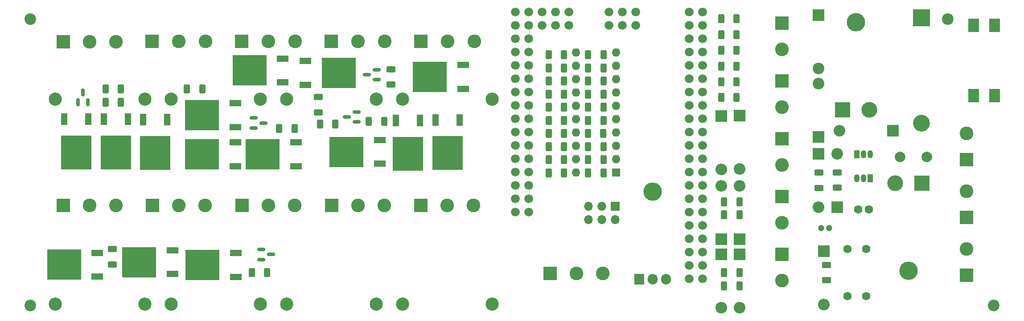
<source format=gbr>
%TF.GenerationSoftware,KiCad,Pcbnew,(6.0.0)*%
%TF.CreationDate,2022-05-14T16:49:07-07:00*%
%TF.ProjectId,Contrl Board GERBER,436f6e74-726c-4204-926f-617264204745,rev?*%
%TF.SameCoordinates,Original*%
%TF.FileFunction,Soldermask,Bot*%
%TF.FilePolarity,Negative*%
%FSLAX46Y46*%
G04 Gerber Fmt 4.6, Leading zero omitted, Abs format (unit mm)*
G04 Created by KiCad (PCBNEW (6.0.0)) date 2022-05-14 16:49:07*
%MOMM*%
%LPD*%
G01*
G04 APERTURE LIST*
G04 Aperture macros list*
%AMRoundRect*
0 Rectangle with rounded corners*
0 $1 Rounding radius*
0 $2 $3 $4 $5 $6 $7 $8 $9 X,Y pos of 4 corners*
0 Add a 4 corners polygon primitive as box body*
4,1,4,$2,$3,$4,$5,$6,$7,$8,$9,$2,$3,0*
0 Add four circle primitives for the rounded corners*
1,1,$1+$1,$2,$3*
1,1,$1+$1,$4,$5*
1,1,$1+$1,$6,$7*
1,1,$1+$1,$8,$9*
0 Add four rect primitives between the rounded corners*
20,1,$1+$1,$2,$3,$4,$5,0*
20,1,$1+$1,$4,$5,$6,$7,0*
20,1,$1+$1,$6,$7,$8,$9,0*
20,1,$1+$1,$8,$9,$2,$3,0*%
G04 Aperture macros list end*
%ADD10C,2.000000*%
%ADD11C,1.200000*%
%ADD12O,3.500000X3.500000*%
%ADD13R,1.905000X2.000000*%
%ADD14O,1.905000X2.000000*%
%ADD15R,2.600000X2.600000*%
%ADD16C,2.600000*%
%ADD17R,1.600000X1.600000*%
%ADD18O,1.600000X1.600000*%
%ADD19R,1.700000X1.700000*%
%ADD20O,1.700000X1.700000*%
%ADD21R,2.200000X2.200000*%
%ADD22O,2.200000X2.200000*%
%ADD23C,1.600000*%
%ADD24C,2.200000*%
%ADD25C,2.500000*%
%ADD26R,3.200000X3.200000*%
%ADD27O,3.200000X3.200000*%
%ADD28R,1.050000X1.500000*%
%ADD29O,1.050000X1.500000*%
%ADD30R,3.000000X3.000000*%
%ADD31O,3.000000X3.000000*%
%ADD32C,1.676400*%
%ADD33R,2.000000X2.500000*%
%ADD34RoundRect,0.250000X0.625000X-0.312500X0.625000X0.312500X-0.625000X0.312500X-0.625000X-0.312500X0*%
%ADD35RoundRect,0.250000X-0.312500X-0.625000X0.312500X-0.625000X0.312500X0.625000X-0.312500X0.625000X0*%
%ADD36R,2.200000X1.200000*%
%ADD37R,6.400000X5.800000*%
%ADD38RoundRect,0.250000X0.312500X0.625000X-0.312500X0.625000X-0.312500X-0.625000X0.312500X-0.625000X0*%
%ADD39RoundRect,0.150000X0.587500X0.150000X-0.587500X0.150000X-0.587500X-0.150000X0.587500X-0.150000X0*%
%ADD40RoundRect,0.150000X-0.587500X-0.150000X0.587500X-0.150000X0.587500X0.150000X-0.587500X0.150000X0*%
%ADD41RoundRect,0.150000X0.150000X-0.587500X0.150000X0.587500X-0.150000X0.587500X-0.150000X-0.587500X0*%
%ADD42R,1.200000X2.200000*%
%ADD43R,5.800000X6.400000*%
%ADD44RoundRect,0.250000X-0.625000X0.312500X-0.625000X-0.312500X0.625000X-0.312500X0.625000X0.312500X0*%
G04 APERTURE END LIST*
D10*
%TO.C,C1*%
X188200000Y-49050000D03*
X193200000Y-49050000D03*
%TD*%
D11*
%TO.C,C3*%
X173200000Y-62550000D03*
X174700000Y-62550000D03*
%TD*%
D12*
%TO.C,U2*%
X141200000Y-55620000D03*
D13*
X138660000Y-72280000D03*
D14*
X141200000Y-72280000D03*
X143740000Y-72280000D03*
%TD*%
D15*
%TO.C,J17*%
X200800000Y-71550000D03*
D16*
X200800000Y-66550000D03*
%TD*%
D15*
%TO.C,J19*%
X46115000Y-27050000D03*
D16*
X51195000Y-27050000D03*
X56275000Y-27050000D03*
%TD*%
D17*
%TO.C,SW1*%
X134200000Y-51995000D03*
D18*
X134200000Y-49455000D03*
X134200000Y-46915000D03*
X134200000Y-44375000D03*
X134200000Y-41835000D03*
X134200000Y-39295000D03*
X134200000Y-36755000D03*
X134200000Y-34215000D03*
X134200000Y-31675000D03*
X134200000Y-29135000D03*
X126580000Y-29135000D03*
X126580000Y-31675000D03*
X126580000Y-34215000D03*
X126580000Y-36755000D03*
X126580000Y-39295000D03*
X126580000Y-41835000D03*
X126580000Y-44375000D03*
X126580000Y-46915000D03*
X126580000Y-49455000D03*
X126580000Y-51995000D03*
%TD*%
D19*
%TO.C,J31*%
X134075000Y-58400000D03*
D20*
X134075000Y-60940000D03*
X131535000Y-58400000D03*
X131535000Y-60940000D03*
X128995000Y-58400000D03*
X128995000Y-60940000D03*
%TD*%
D21*
%TO.C,D196*%
X157700000Y-67550000D03*
D22*
X157700000Y-77710000D03*
%TD*%
D21*
%TO.C,D205*%
X176200000Y-58550000D03*
D22*
X176200000Y-48390000D03*
%TD*%
D23*
%TO.C,C2*%
X182200000Y-59050000D03*
X180200000Y-59050000D03*
%TD*%
D21*
%TO.C,D200*%
X172700000Y-45210000D03*
D22*
X172700000Y-35050000D03*
%TD*%
D24*
%TO.C,MT4*%
X197200000Y-22800000D03*
%TD*%
%TO.C,MT1*%
X22950000Y-22800000D03*
%TD*%
D15*
%TO.C,J18*%
X200800000Y-60550000D03*
D16*
X200800000Y-55550000D03*
%TD*%
D25*
%TO.C,A4*%
X93700000Y-77050000D03*
X93700000Y-38050000D03*
X110700000Y-77050000D03*
X110700000Y-38050000D03*
%TD*%
D23*
%TO.C,C4*%
X181700000Y-66550000D03*
X178200000Y-66550000D03*
%TD*%
D26*
%TO.C,D201*%
X192200000Y-22550000D03*
D27*
X192200000Y-42550000D03*
%TD*%
D15*
%TO.C,J29*%
X200800000Y-49550000D03*
D16*
X200800000Y-44550000D03*
%TD*%
D21*
%TO.C,D204*%
X173700000Y-66970000D03*
D22*
X173700000Y-77130000D03*
%TD*%
D21*
%TO.C,D202*%
X186780000Y-44050000D03*
D22*
X176620000Y-44050000D03*
%TD*%
D15*
%TO.C,J11*%
X29200000Y-27055000D03*
D16*
X34200000Y-27055000D03*
X39200000Y-27055000D03*
%TD*%
D21*
%TO.C,D198*%
X157700000Y-41190000D03*
D22*
X157700000Y-51350000D03*
%TD*%
D24*
%TO.C,MT3*%
X205950000Y-77300000D03*
%TD*%
D28*
%TO.C,Q43*%
X182470000Y-53050000D03*
D29*
X181200000Y-53050000D03*
X179930000Y-53050000D03*
%TD*%
D28*
%TO.C,Q44*%
X179930000Y-48550000D03*
D29*
X181200000Y-48550000D03*
X182470000Y-48550000D03*
%TD*%
D25*
%TO.C,A1*%
X27700000Y-77050000D03*
X27700000Y-38050000D03*
X44700000Y-77050000D03*
X44700000Y-38050000D03*
%TD*%
D23*
%TO.C,C5*%
X181700000Y-75550000D03*
X178200000Y-75550000D03*
%TD*%
D21*
%TO.C,D194*%
X154200000Y-64710000D03*
D22*
X154200000Y-54550000D03*
%TD*%
D21*
%TO.C,D193*%
X154200000Y-41210000D03*
D22*
X154200000Y-51370000D03*
%TD*%
D15*
%TO.C,J23*%
X80115000Y-27050000D03*
D16*
X85195000Y-27050000D03*
X90275000Y-27050000D03*
%TD*%
D21*
%TO.C,D195*%
X157700000Y-64710000D03*
D22*
X157700000Y-54550000D03*
%TD*%
D21*
%TO.C,D199*%
X172700000Y-22050000D03*
D22*
X172700000Y-32210000D03*
%TD*%
D21*
%TO.C,D203*%
X172700000Y-48390000D03*
D22*
X172700000Y-58550000D03*
%TD*%
D24*
%TO.C,MT2*%
X22950000Y-77300000D03*
%TD*%
D15*
%TO.C,J20*%
X63115000Y-27050000D03*
D16*
X68195000Y-27050000D03*
X73275000Y-27050000D03*
%TD*%
D12*
%TO.C,Q42*%
X189760000Y-70710000D03*
D30*
X192300000Y-54050000D03*
D31*
X187220000Y-54050000D03*
%TD*%
D21*
%TO.C,D197*%
X154200000Y-67550000D03*
D22*
X154200000Y-77710000D03*
%TD*%
D12*
%TO.C,Q41*%
X179740000Y-23390000D03*
D30*
X177200000Y-40050000D03*
D31*
X182280000Y-40050000D03*
%TD*%
D25*
%TO.C,A2*%
X49700000Y-77050000D03*
X49700000Y-38050000D03*
X66700000Y-77050000D03*
X66700000Y-38050000D03*
%TD*%
D15*
%TO.C,J25*%
X97120000Y-27050000D03*
D16*
X102200000Y-27050000D03*
X107280000Y-27050000D03*
%TD*%
D32*
%TO.C,U1*%
X150655000Y-64630000D03*
X148115000Y-64630000D03*
X150655000Y-67170000D03*
X148115000Y-67170000D03*
X132875000Y-21450000D03*
X115095000Y-59550000D03*
X117635000Y-59550000D03*
X115095000Y-57010000D03*
X117635000Y-57010000D03*
X115095000Y-54470000D03*
X117635000Y-54470000D03*
X115095000Y-51930000D03*
X117635000Y-51930000D03*
X115095000Y-49390000D03*
X117635000Y-49390000D03*
X115095000Y-46850000D03*
X117635000Y-46850000D03*
X115095000Y-44310000D03*
X117635000Y-44310000D03*
X115095000Y-41770000D03*
X117635000Y-41770000D03*
X148115000Y-62090000D03*
X148115000Y-57010000D03*
X150655000Y-57010000D03*
X148115000Y-54470000D03*
X150655000Y-54470000D03*
X148115000Y-51930000D03*
X150655000Y-51930000D03*
X148115000Y-49390000D03*
X150655000Y-49390000D03*
X148115000Y-46850000D03*
X150655000Y-46850000D03*
X148115000Y-44310000D03*
X150655000Y-44310000D03*
X148115000Y-41770000D03*
X150655000Y-41770000D03*
X148115000Y-39230000D03*
X150655000Y-39230000D03*
X148115000Y-36690000D03*
X150655000Y-36690000D03*
X148115000Y-34150000D03*
X150655000Y-34150000D03*
X148115000Y-31610000D03*
X150655000Y-31610000D03*
X148115000Y-29070000D03*
X150655000Y-29070000D03*
X148115000Y-26530000D03*
X150655000Y-26530000D03*
X148115000Y-23990000D03*
X150655000Y-23990000D03*
X148115000Y-21450000D03*
X150655000Y-21450000D03*
X115095000Y-39230000D03*
X117635000Y-39230000D03*
X115095000Y-36690000D03*
X117635000Y-36690000D03*
X115095000Y-34150000D03*
X117635000Y-34150000D03*
X115095000Y-31610000D03*
X117635000Y-31610000D03*
X115095000Y-29070000D03*
X117635000Y-29070000D03*
X115095000Y-26530000D03*
X117635000Y-26530000D03*
X115095000Y-23990000D03*
X117635000Y-23990000D03*
X115095000Y-21450000D03*
X117635000Y-21450000D03*
X120175000Y-21450000D03*
X120175000Y-23990000D03*
X122715000Y-21450000D03*
X122715000Y-23990000D03*
X125255000Y-21450000D03*
X125255000Y-23990000D03*
X150655000Y-69710000D03*
X148115000Y-69710000D03*
X137955000Y-21450000D03*
X132875000Y-23990000D03*
X135415000Y-21450000D03*
X137955000Y-23990000D03*
X150655000Y-62090000D03*
X148115000Y-59550000D03*
X135415000Y-23990000D03*
X150655000Y-59550000D03*
X150655000Y-72250000D03*
X148115000Y-72250000D03*
%TD*%
D33*
%TO.C,F1*%
X202105000Y-23945000D03*
X206105000Y-23945000D03*
X206105000Y-37345000D03*
X202105000Y-37345000D03*
%TD*%
D25*
%TO.C,A3*%
X71700000Y-77050000D03*
X71700000Y-38050000D03*
X88700000Y-77050000D03*
X88700000Y-38050000D03*
%TD*%
D34*
%TO.C,R147*%
X176200000Y-54895000D03*
X176200000Y-51970000D03*
%TD*%
D35*
%TO.C,R155*%
X121432500Y-47070000D03*
X124357500Y-47070000D03*
%TD*%
D15*
%TO.C,J13*%
X63200000Y-58245000D03*
D16*
X68200000Y-58245000D03*
X73200000Y-58245000D03*
%TD*%
D34*
%TO.C,R101*%
X38520000Y-69492500D03*
X38520000Y-66567500D03*
%TD*%
D36*
%TO.C,Q7*%
X49975000Y-66770000D03*
D37*
X43675000Y-69050000D03*
D36*
X49975000Y-71330000D03*
%TD*%
D38*
%TO.C,R102*%
X67942500Y-71030000D03*
X65017500Y-71030000D03*
%TD*%
D35*
%TO.C,R151*%
X121432500Y-52070000D03*
X124357500Y-52070000D03*
%TD*%
%TO.C,R163*%
X121432500Y-37070000D03*
X124357500Y-37070000D03*
%TD*%
%TO.C,R114*%
X87257500Y-42270000D03*
X90182500Y-42270000D03*
%TD*%
%TO.C,R164*%
X128932500Y-34570000D03*
X131857500Y-34570000D03*
%TD*%
D39*
%TO.C,Q30*%
X88737500Y-32400000D03*
X88737500Y-34300000D03*
X86862500Y-33350000D03*
%TD*%
D15*
%TO.C,J22*%
X165700000Y-34550000D03*
D16*
X165700000Y-39550000D03*
%TD*%
D35*
%TO.C,R159*%
X121432500Y-42050000D03*
X124357500Y-42050000D03*
%TD*%
%TO.C,R157*%
X121432500Y-44550000D03*
X124357500Y-44550000D03*
%TD*%
D15*
%TO.C,J15*%
X80200000Y-58250000D03*
D16*
X85200000Y-58250000D03*
X90200000Y-58250000D03*
%TD*%
D35*
%TO.C,R160*%
X128932500Y-39570000D03*
X131857500Y-39570000D03*
%TD*%
D40*
%TO.C,Q12*%
X65412500Y-43500000D03*
X65412500Y-41600000D03*
X67287500Y-42550000D03*
%TD*%
D34*
%TO.C,R122*%
X91470000Y-35242500D03*
X91470000Y-32317500D03*
%TD*%
D35*
%TO.C,R156*%
X128875000Y-44550000D03*
X131800000Y-44550000D03*
%TD*%
%TO.C,R109*%
X37275000Y-36050000D03*
X40200000Y-36050000D03*
%TD*%
D38*
%TO.C,R103*%
X157125000Y-25710000D03*
X154200000Y-25710000D03*
%TD*%
D35*
%TO.C,R168*%
X128932500Y-29570000D03*
X131857500Y-29570000D03*
%TD*%
D36*
%TO.C,Q5*%
X35700000Y-67270000D03*
D37*
X29400000Y-69550000D03*
D36*
X35700000Y-71830000D03*
%TD*%
D35*
%TO.C,R134*%
X154757500Y-73570000D03*
X157682500Y-73570000D03*
%TD*%
D15*
%TO.C,J16*%
X97150000Y-58250000D03*
D16*
X102150000Y-58250000D03*
X107150000Y-58250000D03*
%TD*%
D35*
%TO.C,R152*%
X128932500Y-49570000D03*
X131857500Y-49570000D03*
%TD*%
D38*
%TO.C,R118*%
X157125000Y-37710000D03*
X154200000Y-37710000D03*
%TD*%
D40*
%TO.C,Q8*%
X66862500Y-68550000D03*
X66862500Y-66650000D03*
X68737500Y-67600000D03*
%TD*%
D36*
%TO.C,Q11*%
X61900000Y-38770000D03*
D37*
X55600000Y-41050000D03*
D36*
X61900000Y-43330000D03*
%TD*%
D35*
%TO.C,R133*%
X154757500Y-57570000D03*
X157682500Y-57570000D03*
%TD*%
D15*
%TO.C,J27*%
X165700000Y-56550000D03*
D16*
X165700000Y-61550000D03*
%TD*%
D38*
%TO.C,R113*%
X80892500Y-42780000D03*
X77967500Y-42780000D03*
%TD*%
D35*
%TO.C,R106*%
X70257500Y-43570000D03*
X73182500Y-43570000D03*
%TD*%
D41*
%TO.C,Q16*%
X33900000Y-38587500D03*
X32000000Y-38587500D03*
X32950000Y-36712500D03*
%TD*%
D42*
%TO.C,Q19*%
X92420000Y-42100000D03*
D43*
X94700000Y-48400000D03*
D42*
X96980000Y-42100000D03*
%TD*%
D34*
%TO.C,R145*%
X174220000Y-72492500D03*
X174220000Y-69567500D03*
%TD*%
D15*
%TO.C,J14*%
X46200000Y-58245000D03*
D16*
X51200000Y-58245000D03*
X56200000Y-58245000D03*
%TD*%
D42*
%TO.C,Q15*%
X29420000Y-41850000D03*
D43*
X31700000Y-48150000D03*
D42*
X33980000Y-41850000D03*
%TD*%
D15*
%TO.C,J24*%
X165700000Y-23550000D03*
D16*
X165700000Y-28550000D03*
%TD*%
D15*
%TO.C,J30*%
X121700000Y-71245000D03*
D16*
X126700000Y-71245000D03*
X131700000Y-71245000D03*
%TD*%
D38*
%TO.C,R105*%
X55642500Y-36030000D03*
X52717500Y-36030000D03*
%TD*%
D36*
%TO.C,Q6*%
X61975000Y-67295000D03*
D37*
X55675000Y-69575000D03*
D36*
X61975000Y-71855000D03*
%TD*%
D38*
%TO.C,R107*%
X157125000Y-28710000D03*
X154200000Y-28710000D03*
%TD*%
D35*
%TO.C,R110*%
X37257500Y-38570000D03*
X40182500Y-38570000D03*
%TD*%
%TO.C,R162*%
X128932500Y-37070000D03*
X131857500Y-37070000D03*
%TD*%
D38*
%TO.C,R99*%
X157125000Y-22710000D03*
X154200000Y-22710000D03*
%TD*%
D39*
%TO.C,Q22*%
X84937500Y-40450000D03*
X84937500Y-42350000D03*
X83062500Y-41400000D03*
%TD*%
D35*
%TO.C,R153*%
X121432500Y-49570000D03*
X124357500Y-49570000D03*
%TD*%
%TO.C,R158*%
X128932500Y-42070000D03*
X131857500Y-42070000D03*
%TD*%
D42*
%TO.C,Q18*%
X99920000Y-42000000D03*
D43*
X102200000Y-48300000D03*
D42*
X104480000Y-42000000D03*
%TD*%
D35*
%TO.C,R154*%
X128932500Y-47070000D03*
X131857500Y-47070000D03*
%TD*%
D38*
%TO.C,R116*%
X157125000Y-34710000D03*
X154200000Y-34710000D03*
%TD*%
D36*
%TO.C,Q10*%
X73400000Y-46270000D03*
D37*
X67100000Y-48550000D03*
D36*
X73400000Y-50830000D03*
%TD*%
D35*
%TO.C,R166*%
X128932500Y-32070000D03*
X131857500Y-32070000D03*
%TD*%
D38*
%TO.C,R111*%
X157125000Y-31710000D03*
X154200000Y-31710000D03*
%TD*%
D35*
%TO.C,R167*%
X121432500Y-32070000D03*
X124357500Y-32070000D03*
%TD*%
D36*
%TO.C,Q9*%
X61900000Y-46270000D03*
D37*
X55600000Y-48550000D03*
D36*
X61900000Y-50830000D03*
%TD*%
D35*
%TO.C,R165*%
X121432500Y-34570000D03*
X124357500Y-34570000D03*
%TD*%
D15*
%TO.C,J21*%
X165700000Y-45550000D03*
D16*
X165700000Y-50550000D03*
%TD*%
D34*
%TO.C,R149*%
X172720000Y-54912500D03*
X172720000Y-51987500D03*
%TD*%
D36*
%TO.C,Q17*%
X89325000Y-45770000D03*
D37*
X83025000Y-48050000D03*
D36*
X89325000Y-50330000D03*
%TD*%
D42*
%TO.C,Q13*%
X36920000Y-41850000D03*
D43*
X39200000Y-48150000D03*
D42*
X41480000Y-41850000D03*
%TD*%
D35*
%TO.C,R169*%
X121432500Y-29570000D03*
X124357500Y-29570000D03*
%TD*%
D15*
%TO.C,J12*%
X29200000Y-58245000D03*
D16*
X34200000Y-58245000D03*
X39200000Y-58245000D03*
%TD*%
D36*
%TO.C,Q26*%
X70900000Y-30270000D03*
D37*
X64600000Y-32550000D03*
D36*
X70900000Y-34830000D03*
%TD*%
%TO.C,Q25*%
X75250000Y-35330000D03*
D37*
X81550000Y-33050000D03*
D36*
X75250000Y-30770000D03*
%TD*%
D35*
%TO.C,R161*%
X121432500Y-39570000D03*
X124357500Y-39570000D03*
%TD*%
D36*
%TO.C,Q27*%
X105150000Y-31520000D03*
D37*
X98850000Y-33800000D03*
D36*
X105150000Y-36080000D03*
%TD*%
D35*
%TO.C,R150*%
X128932500Y-52070000D03*
X131857500Y-52070000D03*
%TD*%
%TO.C,R132*%
X154757500Y-60070000D03*
X157682500Y-60070000D03*
%TD*%
D42*
%TO.C,Q14*%
X44395000Y-41925000D03*
D43*
X46675000Y-48225000D03*
D42*
X48955000Y-41925000D03*
%TD*%
D44*
%TO.C,R121*%
X77680000Y-37607500D03*
X77680000Y-40532500D03*
%TD*%
D35*
%TO.C,R135*%
X154757500Y-71070000D03*
X157682500Y-71070000D03*
%TD*%
D15*
%TO.C,J26*%
X165700000Y-67550000D03*
D16*
X165700000Y-72550000D03*
%TD*%
M02*

</source>
